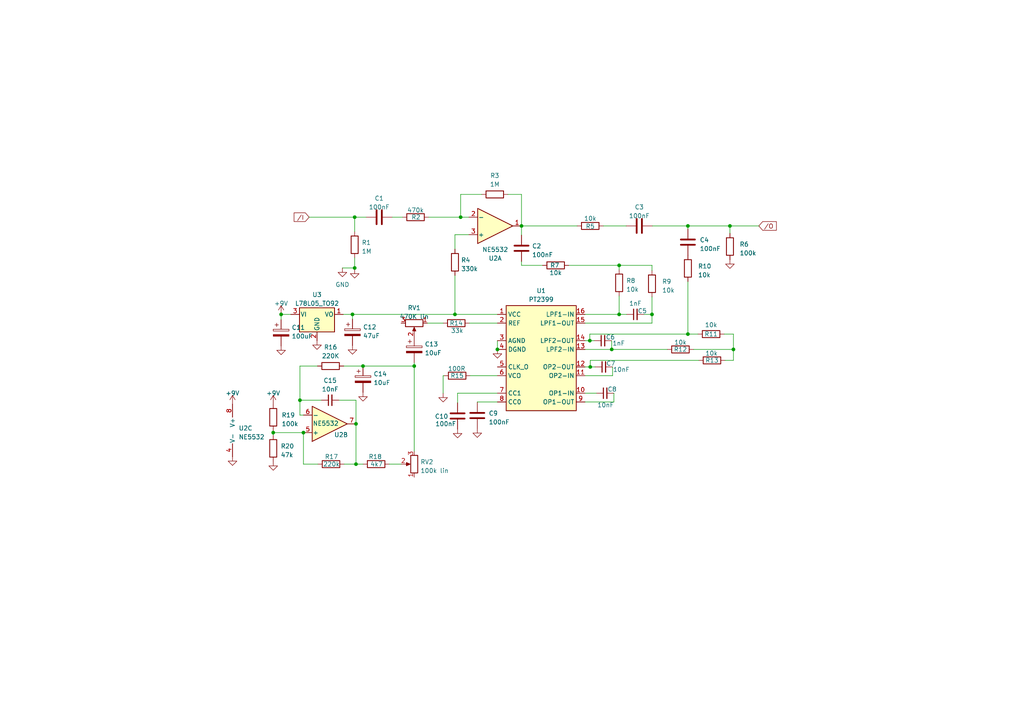
<source format=kicad_sch>
(kicad_sch (version 20230121) (generator eeschema)
  (paper "A4")
  (lib_symbols
    (symbol "Amplifier_Operational:NE5532" (pin_names (offset 0.127))
      (property "Reference" "U" (at 0 5.08 0))
      (property "Value" "NE5532" (at 0 -5.08 0))
      (symbol "NE5532_1_1"
        (polyline (pts (xy -5.08 5.08) (xy 5.08 0) (xy -5.08 -5.08) (xy -5.08 5.08)) (stroke (width 0.254)) (fill (type background)))
        (pin output line (at 7.62 0 180) (length 2.54) (name "~") (number "1"))
        (pin input line (at -7.62 -2.54 0) (length 2.54) (name "-") (number "2"))
        (pin input line (at -7.62 2.54 0) (length 2.54) (name "+") (number "3"))
      )
      (symbol "NE5532_2_1"
        (polyline (pts (xy -5.08 5.08) (xy 5.08 0) (xy -5.08 -5.08) (xy -5.08 5.08)) (stroke (width 0.254)) (fill (type background)))
        (pin input line (at -7.62 2.54 0) (length 2.54) (name "+") (number "5"))
        (pin input line (at -7.62 -2.54 0) (length 2.54) (name "-") (number "6"))
        (pin output line (at 7.62 0 180) (length 2.54) (name "~") (number "7"))
      )
      (symbol "NE5532_3_1"
        (pin power_in line (at -2.54 -7.62 90) (length 3.81) (name "V-") (number "4"))
        (pin power_in line (at -2.54 7.62 270) (length 3.81) (name "V+") (number "8"))
      )
    )
    (symbol "Audio:PT2399"
      (property "Reference" "U" (at 0 17.78 0))
      (property "Value" "PT2399" (at 0 -17.78 0))
      (symbol "PT2399_0_1"
        (rectangle (start -10.16 15.24) (end 10.16 -15.24) (stroke (width 0.254)) (fill (type background)))
      )
      (symbol "PT2399_1_1"
        (pin power_in line (at -12.7 12.7 0) (length 2.54) (name "VCC") (number "1"))
        (pin input line (at 12.7 -10.16 180) (length 2.54) (name "OP1-IN") (number "10"))
        (pin input line (at 12.7 -5.08 180) (length 2.54) (name "OP2-IN") (number "11"))
        (pin output line (at 12.7 -2.54 180) (length 2.54) (name "OP2-OUT") (number "12"))
        (pin input line (at 12.7 2.54 180) (length 2.54) (name "LPF2-IN") (number "13"))
        (pin output line (at 12.7 5.08 180) (length 2.54) (name "LPF2-OUT") (number "14"))
        (pin output line (at 12.7 10.16 180) (length 2.54) (name "LPF1-OUT") (number "15"))
        (pin input line (at 12.7 12.7 180) (length 2.54) (name "LPF1-IN") (number "16"))
        (pin passive line (at -12.7 10.16 0) (length 2.54) (name "REF") (number "2"))
        (pin power_in line (at -12.7 5.08 0) (length 2.54) (name "AGND") (number "3"))
        (pin power_in line (at -12.7 2.54 0) (length 2.54) (name "DGND") (number "4"))
        (pin passive line (at -12.7 -2.54 0) (length 2.54) (name "CLK_O") (number "5"))
        (pin passive line (at -12.7 -5.08 0) (length 2.54) (name "VCO") (number "6"))
        (pin passive line (at -12.7 -10.16 0) (length 2.54) (name "CC1") (number "7"))
        (pin passive line (at -12.7 -12.7 0) (length 2.54) (name "CC0") (number "8"))
        (pin output line (at 12.7 -12.7 180) (length 2.54) (name "OP1-OUT") (number "9"))
      )
    )
    (symbol "Device:C" (pin_numbers hide) (pin_names (offset 0.254))
      (property "Reference" "C" (at 0.635 2.54 0))
      (property "Value" "C" (at 0.635 -2.54 0))
      (symbol "C_0_1"
        (polyline (pts (xy -2.032 -0.762) (xy 2.032 -0.762)) (stroke (width 0.508)))
        (polyline (pts (xy -2.032 0.762) (xy 2.032 0.762)) (stroke (width 0.508)))
      )
      (symbol "C_1_1"
        (pin passive line (at 0 3.81 270) (length 2.794) (name "~") (number "1"))
        (pin passive line (at 0 -3.81 90) (length 2.794) (name "~") (number "2"))
      )
    )
    (symbol "Device:C_Polarized" (pin_numbers hide) (pin_names (offset 0.254))
      (property "Reference" "C" (at 0.635 2.54 0))
      (property "Value" "C_Polarized" (at 0.635 -2.54 0))
      (symbol "C_Polarized_0_1"
        (rectangle (start -2.286 0.508) (end 2.286 1.016))
        (polyline (pts (xy -1.778 2.286) (xy -0.762 2.286)))
        (polyline (pts (xy -1.27 2.794) (xy -1.27 1.778)))
        (rectangle (start 2.286 -0.508) (end -2.286 -1.016) (fill (type outline)))
      )
      (symbol "C_Polarized_1_1"
        (pin passive line (at 0 3.81 270) (length 2.794) (name "~") (number "1"))
        (pin passive line (at 0 -3.81 90) (length 2.794) (name "~") (number "2"))
      )
    )
    (symbol "Device:C_Small" (pin_numbers hide) (pin_names (offset 0.254) hide)
      (property "Reference" "C" (at 0.254 1.778 0))
      (property "Value" "C_Small" (at 0.254 -2.032 0))
      (symbol "C_Small_0_1"
        (polyline (pts (xy -1.524 -0.508) (xy 1.524 -0.508)) (stroke (width 0.3302)))
        (polyline (pts (xy -1.524 0.508) (xy 1.524 0.508)) (stroke (width 0.3048)))
      )
      (symbol "C_Small_1_1"
        (pin passive line (at 0 2.54 270) (length 2.032) (name "~") (number "1"))
        (pin passive line (at 0 -2.54 90) (length 2.032) (name "~") (number "2"))
      )
    )
    (symbol "Device:R" (pin_numbers hide) (pin_names (offset 0))
      (property "Reference" "R" (at 2.032 0 90))
      (property "Value" "R" (at 0 0 90))
      (symbol "R_0_1"
        (rectangle (start -1.016 -2.54) (end 1.016 2.54) (stroke (width 0.254)))
      )
      (symbol "R_1_1"
        (pin passive line (at 0 3.81 270) (length 1.27) (name "~") (number "1"))
        (pin passive line (at 0 -3.81 90) (length 1.27) (name "~") (number "2"))
      )
    )
    (symbol "Device:R_Potentiometer" (pin_names (offset 1.016) hide)
      (property "Reference" "RV" (at -4.445 0 90))
      (property "Value" "R_Potentiometer" (at -2.54 0 90))
      (symbol "R_Potentiometer_0_1"
        (polyline (pts (xy 2.54 0) (xy 1.524 0)))
        (polyline (pts (xy 1.143 0) (xy 2.286 0.508) (xy 2.286 -0.508) (xy 1.143 0)) (fill (type outline)))
        (rectangle (start 1.016 2.54) (end -1.016 -2.54) (stroke (width 0.254)))
      )
      (symbol "R_Potentiometer_1_1"
        (pin passive line (at 0 3.81 270) (length 1.27) (name "1") (number "1"))
        (pin passive line (at 3.81 0 180) (length 1.27) (name "2") (number "2"))
        (pin passive line (at 0 -3.81 90) (length 1.27) (name "3") (number "3"))
      )
    )
    (symbol "Regulator_Linear:L78L05_TO92" (pin_names (offset 0.254))
      (property "Reference" "U" (at -3.81 3.175 0))
      (property "Value" "L78L05_TO92" (at 0 3.175 0))
      (symbol "L78L05_TO92_0_1"
        (rectangle (start -5.08 -5.08) (end 5.08 1.905) (stroke (width 0.254)) (fill (type background)))
      )
      (symbol "L78L05_TO92_1_1"
        (pin power_out line (at 7.62 0 180) (length 2.54) (name "VO") (number "1"))
        (pin power_in line (at 0 -7.62 90) (length 2.54) (name "GND") (number "2"))
        (pin power_in line (at -7.62 0 0) (length 2.54) (name "VI") (number "3"))
      )
    )
    (symbol "power:+9V" (power) (pin_names (offset 0))
      (property "Value" "+9V" (at 0 3.556 0))
      (symbol "+9V_0_1"
        (polyline (pts (xy -0.762 1.27) (xy 0 2.54)))
        (polyline (pts (xy 0 0) (xy 0 2.54)))
        (polyline (pts (xy 0 2.54) (xy 0.762 1.27)))
      )
      (symbol "+9V_1_1"
        (pin power_in line (at 0 0 90) (length 0) hide (name "+9V") (number "1"))
      )
    )
    (symbol "power:GND" (power) (pin_names (offset 0))
      (property "Value" "GND" (at 0 -3.81 0))
      (symbol "GND_0_1"
        (polyline (pts (xy 0 0) (xy 0 -1.27) (xy 1.27 -1.27) (xy 0 -2.54) (xy -1.27 -1.27) (xy 0 -1.27)))
      )
      (symbol "GND_1_1"
        (pin power_in line (at 0 0 270) (length 0) hide (name "GND") (number "1"))
      )
    )
  )
  (junction (at 144.272 101.346))
  (junction (at 171.196 106.426))
  (junction (at 131.953 91.186))
  (junction (at 199.517 96.901))
  (junction (at 102.87 62.992))
  (junction (at 120.142 106.172))
  (junction (at 212.725 101.346))
  (junction (at 177.419 101.346))
  (junction (at 133.604 62.992))
  (junction (at 79.248 125.476))
  (junction (at 102.87 77.724))
  (junction (at 189.103 91.186))
  (junction (at 151.257 65.532))
  (junction (at 211.709 65.532))
  (junction (at 88.011 125.476))
  (junction (at 103.251 122.936))
  (junction (at 86.995 116.078))
  (junction (at 81.534 91.186))
  (junction (at 199.517 65.532))
  (junction (at 171.069 98.806))
  (junction (at 105.283 106.172))
  (junction (at 102.235 91.186))
  (junction (at 179.578 91.186))
  (junction (at 179.578 76.962))
  (junction (at 103.251 134.62))
  (wire (pts (xy 189.103 91.186) (xy 189.103 93.726)))
  (wire (pts (xy 133.604 62.992) (xy 136.017 62.992)))
  (wire (pts (xy 102.87 74.803) (xy 102.87 77.724)))
  (wire (pts (xy 79.248 124.841) (xy 79.248 125.476)))
  (wire (pts (xy 123.952 93.726) (xy 128.524 93.726)))
  (wire (pts (xy 132.715 116.84) (xy 132.715 114.046)))
  (wire (pts (xy 112.903 134.62) (xy 116.332 134.62)))
  (wire (pts (xy 186.817 91.186) (xy 189.103 91.186)))
  (wire (pts (xy 144.272 98.806) (xy 144.272 101.346)))
  (wire (pts (xy 211.709 67.691) (xy 211.709 65.532)))
  (wire (pts (xy 103.251 116.078) (xy 103.251 122.936)))
  (wire (pts (xy 128.524 114.046) (xy 128.524 108.966)))
  (wire (pts (xy 98.298 116.078) (xy 103.251 116.078)))
  (wire (pts (xy 103.251 134.62) (xy 105.283 134.62)))
  (wire (pts (xy 179.578 85.852) (xy 179.578 91.186)))
  (wire (pts (xy 151.257 76.962) (xy 157.353 76.962)))
  (wire (pts (xy 124.333 62.992) (xy 133.604 62.992)))
  (wire (pts (xy 212.725 101.346) (xy 212.725 104.521)))
  (wire (pts (xy 103.251 122.936) (xy 103.251 134.62)))
  (wire (pts (xy 201.168 101.346) (xy 212.725 101.346)))
  (wire (pts (xy 99.822 134.62) (xy 103.251 134.62)))
  (wire (pts (xy 169.672 93.726) (xy 189.103 93.726)))
  (wire (pts (xy 131.953 68.072) (xy 131.953 72.263)))
  (wire (pts (xy 211.709 65.532) (xy 220.091 65.532)))
  (wire (pts (xy 169.672 98.806) (xy 171.069 98.806)))
  (wire (pts (xy 177.419 101.346) (xy 193.548 101.346)))
  (wire (pts (xy 175.006 65.532) (xy 181.61 65.532)))
  (wire (pts (xy 177.673 108.966) (xy 177.673 106.426)))
  (wire (pts (xy 113.792 62.992) (xy 116.713 62.992)))
  (wire (pts (xy 212.725 96.901) (xy 212.725 101.346)))
  (wire (pts (xy 136.144 93.726) (xy 144.272 93.726)))
  (wire (pts (xy 102.235 92.583) (xy 102.235 91.186)))
  (wire (pts (xy 105.283 106.172) (xy 120.142 106.172)))
  (wire (pts (xy 102.235 91.186) (xy 131.953 91.186)))
  (wire (pts (xy 88.011 134.62) (xy 92.202 134.62)))
  (wire (pts (xy 120.142 106.172) (xy 120.142 105.156)))
  (wire (pts (xy 199.517 65.532) (xy 199.517 66.421)))
  (wire (pts (xy 88.011 125.476) (xy 88.011 134.62)))
  (wire (pts (xy 151.257 75.819) (xy 151.257 76.962)))
  (wire (pts (xy 86.995 120.396) (xy 88.011 120.396)))
  (wire (pts (xy 99.314 77.724) (xy 102.87 77.724)))
  (wire (pts (xy 169.672 91.186) (xy 179.578 91.186)))
  (wire (pts (xy 210.058 96.901) (xy 212.725 96.901)))
  (wire (pts (xy 139.7 56.388) (xy 133.604 56.388)))
  (wire (pts (xy 99.568 91.186) (xy 102.235 91.186)))
  (wire (pts (xy 169.672 116.586) (xy 178.054 116.586)))
  (wire (pts (xy 171.069 98.806) (xy 172.339 98.806)))
  (wire (pts (xy 84.328 91.186) (xy 81.534 91.186)))
  (wire (pts (xy 151.257 65.532) (xy 151.257 56.388)))
  (wire (pts (xy 128.524 108.966) (xy 128.778 108.966)))
  (wire (pts (xy 132.715 114.046) (xy 144.272 114.046)))
  (wire (pts (xy 102.87 62.992) (xy 106.172 62.992)))
  (wire (pts (xy 86.995 116.078) (xy 86.995 120.396)))
  (wire (pts (xy 177.419 98.806) (xy 177.419 101.346)))
  (wire (pts (xy 189.103 86.106) (xy 189.103 91.186)))
  (wire (pts (xy 99.695 106.172) (xy 105.283 106.172)))
  (wire (pts (xy 171.196 106.426) (xy 169.672 106.426)))
  (wire (pts (xy 151.257 65.532) (xy 151.257 68.199)))
  (wire (pts (xy 136.017 68.072) (xy 131.953 68.072)))
  (wire (pts (xy 164.973 76.962) (xy 179.578 76.962)))
  (wire (pts (xy 199.517 81.661) (xy 199.517 96.901)))
  (wire (pts (xy 86.995 106.172) (xy 86.995 116.078)))
  (wire (pts (xy 151.257 56.388) (xy 147.32 56.388)))
  (wire (pts (xy 171.069 96.901) (xy 171.069 98.806)))
  (wire (pts (xy 102.87 62.992) (xy 102.87 67.183)))
  (wire (pts (xy 93.218 116.078) (xy 86.995 116.078)))
  (wire (pts (xy 171.069 96.901) (xy 199.517 96.901)))
  (wire (pts (xy 199.517 96.901) (xy 202.438 96.901)))
  (wire (pts (xy 178.054 116.586) (xy 178.054 114.046)))
  (wire (pts (xy 179.578 76.962) (xy 189.103 76.962)))
  (wire (pts (xy 199.517 65.532) (xy 211.709 65.532)))
  (wire (pts (xy 169.672 108.966) (xy 177.673 108.966)))
  (wire (pts (xy 131.953 91.186) (xy 131.953 79.883)))
  (wire (pts (xy 133.604 56.388) (xy 133.604 62.992)))
  (wire (pts (xy 92.075 106.172) (xy 86.995 106.172)))
  (wire (pts (xy 151.257 65.532) (xy 167.386 65.532)))
  (wire (pts (xy 169.672 114.046) (xy 172.974 114.046)))
  (wire (pts (xy 171.196 106.426) (xy 172.593 106.426)))
  (wire (pts (xy 138.43 116.586) (xy 138.43 116.713)))
  (wire (pts (xy 189.23 65.532) (xy 199.517 65.532)))
  (wire (pts (xy 102.87 77.724) (xy 102.87 78.105)))
  (wire (pts (xy 120.142 106.172) (xy 120.142 130.81)))
  (wire (pts (xy 169.672 101.346) (xy 177.419 101.346)))
  (wire (pts (xy 212.725 104.521) (xy 210.312 104.521)))
  (wire (pts (xy 136.398 108.966) (xy 144.272 108.966)))
  (wire (pts (xy 179.578 91.186) (xy 181.737 91.186)))
  (wire (pts (xy 179.578 78.232) (xy 179.578 76.962)))
  (wire (pts (xy 81.534 91.186) (xy 81.534 92.71)))
  (wire (pts (xy 79.248 125.476) (xy 79.248 126.238)))
  (wire (pts (xy 189.103 76.962) (xy 189.103 78.486)))
  (wire (pts (xy 202.692 104.521) (xy 171.196 104.521)))
  (wire (pts (xy 79.248 125.476) (xy 88.011 125.476)))
  (wire (pts (xy 89.662 62.992) (xy 102.87 62.992)))
  (wire (pts (xy 171.196 104.521) (xy 171.196 106.426)))
  (wire (pts (xy 144.272 91.186) (xy 131.953 91.186)))
  (wire (pts (xy 144.272 116.586) (xy 138.43 116.586)))
  (global_label "{slash}O" (shape input) (at 220.091 65.532 0) (property "Intersheetrefs" "${INTERSHEET_REFS}" (effects hide)))
  (global_label "{slash}I" (shape input) (at 89.662 62.992 180) (property "Intersheetrefs" "${INTERSHEET_REFS}" (effects hide)))
  (symbol (lib_id "Device:R") (at 206.248 96.901 270) (unit 1)
    (property "Reference" "R11" (at 206.248 96.901 90))
    (property "Value" "10k" (at 206.248 94.234 90))
    (property "Footprint" "Resistor_THT:R_Axial_DIN0204_L3.6mm_D1.6mm_P7.62mm_Horizontal" (effects hide))
  )
  (symbol (lib_id "Device:R") (at 102.87 70.993 0) (unit 1)
    (property "Reference" "R1" (at 104.902 70.358 0) (effects (justify left)))
    (property "Value" "1M" (at 104.902 72.898 0) (effects (justify left)))
    (property "Footprint" "Resistor_THT:R_Axial_DIN0204_L3.6mm_D1.6mm_P7.62mm_Horizontal" (effects hide))
  )
  (symbol (lib_id "power:GND") (at 132.715 124.46 0) (unit 1)
    (property "Reference" "#PWR07" (effects hide))
    (property "Value" "Earth" (effects hide))
  )
  (symbol (lib_id "Amplifier_Operational:NE5532") (at 143.637 65.532 0) (mirror x) (unit 1)
    (property "Reference" "U2" (at 143.637 74.93 0))
    (property "Value" "NE5532" (at 143.637 72.39 0))
    (property "Footprint" "Package_DIP:DIP-8_W7.62mm" (effects hide))
    (property "Datasheet" "http://www.ti.com/lit/ds/symlink/ne5532.pdf" (effects hide))
  )
  (symbol (lib_id "power:GND") (at 102.87 78.105 0) (unit 1)
    (property "Reference" "#PWR01" (effects hide))
    (property "Value" "Earth" (effects hide))
  )
  (symbol (lib_id "power:GND") (at 128.524 114.046 0) (unit 1)
    (property "Reference" "#PWR06" (effects hide))
    (property "Value" "Earth" (effects hide))
  )
  (symbol (lib_id "Device:R") (at 179.578 82.042 180) (unit 1)
    (property "Reference" "R8" (at 181.61 81.407 0) (effects (justify right)))
    (property "Value" "10k" (at 181.61 83.947 0) (effects (justify right)))
    (property "Footprint" "Resistor_THT:R_Axial_DIN0204_L3.6mm_D1.6mm_P7.62mm_Horizontal" (effects hide))
  )
  (symbol (lib_id "Device:C") (at 132.715 120.65 180) (unit 1)
    (property "Reference" "C10" (at 126.111 120.777 0) (effects (justify right)))
    (property "Value" "100nF" (at 126.238 122.936 0) (effects (justify right)))
    (property "Footprint" "Capacitor_THT:C_Disc_D3.0mm_W1.6mm_P2.50mm" (effects hide))
  )
  (symbol (lib_id "power:GND") (at 79.248 133.858 0) (unit 1)
    (property "Reference" "#PWR015" (effects hide))
    (property "Value" "Earth" (effects hide))
  )
  (symbol (lib_id "Device:R_Potentiometer") (at 120.142 93.726 270) (unit 1)
    (property "Reference" "RV1" (at 120.142 89.281 90))
    (property "Value" "470K lin" (at 120.142 91.821 90))
    (property "Footprint" "Potentiometer_THT:Potentiometer_Alps_RK09L_Single_Vertical" (effects hide))
  )
  (symbol (lib_id "Device:R") (at 189.103 82.296 180) (unit 1)
    (property "Reference" "R9" (at 192.024 81.661 0) (effects (justify right)))
    (property "Value" "10k" (at 192.024 84.201 0) (effects (justify right)))
    (property "Footprint" "Resistor_THT:R_Axial_DIN0204_L3.6mm_D1.6mm_P7.62mm_Horizontal" (effects hide))
  )
  (symbol (lib_id "Device:R") (at 79.248 121.031 180) (unit 1)
    (property "Reference" "R19" (at 81.661 120.396 0) (effects (justify right)))
    (property "Value" "100k" (at 81.661 122.936 0) (effects (justify right)))
    (property "Footprint" "Resistor_THT:R_Axial_DIN0204_L3.6mm_D1.6mm_P7.62mm_Horizontal" (effects hide))
  )
  (symbol (lib_id "power:GND") (at 144.272 101.346 0) (unit 1)
    (property "Reference" "#PWR05" (effects hide))
    (property "Value" "Earth" (effects hide))
  )
  (symbol (lib_id "Device:R") (at 211.709 71.501 180) (unit 1)
    (property "Reference" "R6" (at 214.503 70.866 0) (effects (justify right)))
    (property "Value" "100k" (at 214.503 73.406 0) (effects (justify right)))
    (property "Footprint" "Resistor_THT:R_Axial_DIN0204_L3.6mm_D1.6mm_P7.62mm_Horizontal" (effects hide))
  )
  (symbol (lib_id "power:GND") (at 81.534 100.33 0) (unit 1)
    (property "Reference" "#PWR010" (effects hide))
    (property "Value" "Earth" (effects hide))
  )
  (symbol (lib_id "power:GND") (at 211.709 75.311 0) (unit 1)
    (property "Reference" "#PWR03" (effects hide))
    (property "Value" "Earth" (effects hide))
  )
  (symbol (lib_id "Audio:PT2399") (at 156.972 103.886 0) (unit 1)
    (property "Reference" "U1" (at 156.972 84.328 0))
    (property "Value" "PT2399" (at 156.972 86.868 0))
    (property "Footprint" "Package_DIP:DIP-16_W7.62mm" (effects hide))
    (property "Datasheet" "http://sound.westhost.com/pt2399.pdf" (effects hide))
  )
  (symbol (lib_id "Amplifier_Operational:NE5532") (at 69.977 124.841 0) (unit 3)
    (property "Reference" "U2" (at 69.215 124.206 0) (effects (justify left)))
    (property "Value" "NE5532" (at 69.215 126.746 0) (effects (justify left)))
    (property "Footprint" "Package_DIP:DIP-8_W7.62mm" (effects hide))
    (property "Datasheet" "http://www.ti.com/lit/ds/symlink/ne5532.pdf" (effects hide))
  )
  (symbol (lib_id "Device:C_Polarized") (at 105.283 109.982 0) (unit 1)
    (property "Reference" "C14" (at 108.331 108.458 0) (effects (justify left)))
    (property "Value" "10uF" (at 108.331 110.998 0) (effects (justify left)))
    (property "Footprint" "Capacitor_THT:CP_Radial_D8.0mm_P2.50mm" (effects hide))
  )
  (symbol (lib_id "power:GND") (at 67.437 132.461 0) (unit 1)
    (property "Reference" "#PWR014" (effects hide))
    (property "Value" "Earth" (effects hide))
  )
  (symbol (lib_id "Device:R") (at 79.248 130.048 180) (unit 1)
    (property "Reference" "R20" (at 81.407 129.413 0) (effects (justify right)))
    (property "Value" "47k" (at 81.407 131.953 0) (effects (justify right)))
    (property "Footprint" "Resistor_THT:R_Axial_DIN0204_L3.6mm_D1.6mm_P7.62mm_Horizontal" (effects hide))
  )
  (symbol (lib_id "Regulator_Linear:L78L05_TO92") (at 91.948 91.186 0) (unit 1)
    (property "Reference" "U3" (at 91.948 85.471 0))
    (property "Value" "L78L05_TO92" (at 91.948 88.011 0))
    (property "Footprint" "Package_TO_SOT_THT:TO-92_Inline" (effects hide))
    (property "Datasheet" "http://www.st.com/content/ccc/resource/technical/document/datasheet/15/55/e5/aa/23/5b/43/fd/CD00000446.pdf/files/CD00000446.pdf/jcr:content/translations/en.CD00000446.pdf" (effects hide))
  )
  (symbol (lib_id "power:GND") (at 99.314 77.724 0) (unit 1)
    (property "Reference" "#PWR02" (effects hide))
    (property "Value" "GND" (at 99.314 82.55 0))
  )
  (symbol (lib_id "Device:R") (at 132.334 93.726 90) (unit 1)
    (property "Reference" "R14" (at 132.334 93.726 90))
    (property "Value" "33k" (at 132.588 95.885 90))
    (property "Footprint" "Resistor_THT:R_Axial_DIN0204_L3.6mm_D1.6mm_P7.62mm_Horizontal" (effects hide))
  )
  (symbol (lib_id "Device:R") (at 120.523 62.992 90) (unit 1)
    (property "Reference" "R2" (at 120.65 62.992 90))
    (property "Value" "470k" (at 120.523 60.96 90))
    (property "Footprint" "Resistor_THT:R_Axial_DIN0204_L3.6mm_D1.6mm_P7.62mm_Horizontal" (effects hide))
  )
  (symbol (lib_id "Device:R") (at 96.012 134.62 90) (unit 1)
    (property "Reference" "R17" (at 96.139 132.461 90))
    (property "Value" "220k" (at 96.139 134.62 90))
    (property "Footprint" "Resistor_THT:R_Axial_DIN0204_L3.6mm_D1.6mm_P7.62mm_Horizontal" (effects hide))
  )
  (symbol (lib_id "Device:C") (at 199.517 70.231 180) (unit 1)
    (property "Reference" "C4" (at 202.946 69.596 0) (effects (justify right)))
    (property "Value" "100nF" (at 202.946 72.136 0) (effects (justify right)))
    (property "Footprint" "Capacitor_THT:C_Disc_D3.0mm_W1.6mm_P2.50mm" (effects hide))
  )
  (symbol (lib_id "Device:R") (at 161.163 76.962 90) (unit 1)
    (property "Reference" "R7" (at 160.909 76.962 90))
    (property "Value" "10k" (at 161.163 79.121 90))
    (property "Footprint" "Resistor_THT:R_Axial_DIN0204_L3.6mm_D1.6mm_P7.62mm_Horizontal" (effects hide))
  )
  (symbol (lib_id "power:GND") (at 91.948 98.806 0) (unit 1)
    (property "Reference" "#PWR09" (effects hide))
    (property "Value" "Earth" (effects hide))
  )
  (symbol (lib_id "Device:C") (at 185.42 65.532 90) (unit 1)
    (property "Reference" "C3" (at 185.42 60.071 90))
    (property "Value" "100nF" (at 185.42 62.611 90))
    (property "Footprint" "Capacitor_THT:C_Disc_D3.0mm_W1.6mm_P2.50mm" (effects hide))
  )
  (symbol (lib_id "Device:R") (at 95.885 106.172 90) (unit 1)
    (property "Reference" "R16" (at 95.885 100.711 90))
    (property "Value" "220K" (at 95.885 103.251 90))
    (property "Footprint" "Resistor_THT:R_Axial_DIN0204_L3.6mm_D1.6mm_P7.62mm_Horizontal" (effects hide))
  )
  (symbol (lib_id "Device:C_Small") (at 175.514 114.046 90) (unit 1)
    (property "Reference" "C8" (at 177.546 112.903 90))
    (property "Value" "10nF" (at 175.641 117.475 90))
    (property "Footprint" "Capacitor_THT:C_Disc_D3.0mm_W1.6mm_P2.50mm" (effects hide))
  )
  (symbol (lib_id "Device:C_Polarized") (at 102.235 96.393 0) (unit 1)
    (property "Reference" "C12" (at 105.283 94.869 0) (effects (justify left)))
    (property "Value" "47uF" (at 105.283 97.409 0) (effects (justify left)))
    (property "Footprint" "Capacitor_THT:CP_Radial_D8.0mm_P2.50mm" (effects hide))
  )
  (symbol (lib_id "Amplifier_Operational:NE5532") (at 95.631 122.936 0) (mirror x) (unit 2)
    (property "Reference" "U2" (at 98.933 126.111 0))
    (property "Value" "NE5532" (at 94.488 122.809 0))
    (property "Footprint" "Package_DIP:DIP-8_W7.62mm" (effects hide))
    (property "Datasheet" "http://www.ti.com/lit/ds/symlink/ne5532.pdf" (effects hide))
  )
  (symbol (lib_id "power:+9V") (at 79.248 117.221 0) (unit 1)
    (property "Reference" "#PWR016" (effects hide))
    (property "Value" "+9V" (at 79.248 114.046 0))
  )
  (symbol (lib_id "Device:R") (at 131.953 76.073 180) (unit 1)
    (property "Reference" "R4" (at 133.731 75.438 0) (effects (justify right)))
    (property "Value" "330k" (at 133.731 77.978 0) (effects (justify right)))
    (property "Footprint" "Resistor_THT:R_Axial_DIN0204_L3.6mm_D1.6mm_P7.62mm_Horizontal" (effects hide))
  )
  (symbol (lib_id "power:GND") (at 105.283 113.792 0) (unit 1)
    (property "Reference" "#PWR017" (effects hide))
    (property "Value" "Earth" (effects hide))
  )
  (symbol (lib_id "Device:R") (at 206.502 104.521 270) (unit 1)
    (property "Reference" "R13" (at 206.502 104.521 90))
    (property "Value" "10k" (at 206.375 102.489 90))
    (property "Footprint" "Resistor_THT:R_Axial_DIN0204_L3.6mm_D1.6mm_P7.62mm_Horizontal" (effects hide))
  )
  (symbol (lib_id "Device:R") (at 197.358 101.346 270) (unit 1)
    (property "Reference" "R12" (at 197.358 101.346 90))
    (property "Value" "10k" (at 197.358 99.314 90))
    (property "Footprint" "Resistor_THT:R_Axial_DIN0204_L3.6mm_D1.6mm_P7.62mm_Horizontal" (effects hide))
  )
  (symbol (lib_id "Device:R_Potentiometer") (at 120.142 134.62 180) (unit 1)
    (property "Reference" "RV2" (at 121.92 133.985 0) (effects (justify right)))
    (property "Value" "100k lin" (at 121.92 136.525 0) (effects (justify right)))
    (property "Footprint" "Potentiometer_THT:Potentiometer_Alps_RK09L_Single_Vertical" (effects hide))
  )
  (symbol (lib_id "Device:R") (at 132.588 108.966 90) (unit 1)
    (property "Reference" "R15" (at 132.588 108.966 90))
    (property "Value" "100R" (at 132.461 106.934 90))
    (property "Footprint" "Resistor_THT:R_Axial_DIN0204_L3.6mm_D1.6mm_P7.62mm_Horizontal" (effects hide))
  )
  (symbol (lib_id "power:+9V") (at 81.534 91.186 0) (unit 1)
    (property "Reference" "#PWR012" (effects hide))
    (property "Value" "+9V" (at 81.534 88.011 0))
  )
  (symbol (lib_id "Device:C_Small") (at 175.133 106.426 90) (unit 1)
    (property "Reference" "C7" (at 177.165 105.41 90))
    (property "Value" "10nF" (at 180.213 107.188 90))
    (property "Footprint" "Capacitor_THT:C_Disc_D3.0mm_W1.6mm_P2.50mm" (effects hide))
  )
  (symbol (lib_id "Device:C") (at 138.43 120.523 180) (unit 1)
    (property "Reference" "C9" (at 141.732 119.888 0) (effects (justify right)))
    (property "Value" "100nF" (at 141.732 122.428 0) (effects (justify right)))
    (property "Footprint" "Capacitor_THT:C_Disc_D3.0mm_W1.6mm_P2.50mm" (effects hide))
  )
  (symbol (lib_id "Device:C_Small") (at 174.879 98.806 90) (unit 1)
    (property "Reference" "C6" (at 177.038 97.79 90))
    (property "Value" "1nF" (at 179.451 99.568 90))
    (property "Footprint" "Capacitor_THT:C_Disc_D3.0mm_W1.6mm_P2.50mm" (effects hide))
  )
  (symbol (lib_id "Device:C_Small") (at 184.277 91.186 90) (unit 1)
    (property "Reference" "C5" (at 186.309 90.17 90))
    (property "Value" "1nF" (at 184.2833 88.011 90))
    (property "Footprint" "Capacitor_THT:C_Disc_D3.0mm_W1.6mm_P2.50mm" (effects hide))
  )
  (symbol (lib_id "Device:C") (at 151.257 72.009 180) (unit 1)
    (property "Reference" "C2" (at 154.305 71.374 0) (effects (justify right)))
    (property "Value" "100nF" (at 154.305 73.914 0) (effects (justify right)))
    (property "Footprint" "Capacitor_THT:C_Disc_D3.0mm_W1.6mm_P2.50mm" (effects hide))
  )
  (symbol (lib_id "Device:R") (at 171.196 65.532 90) (unit 1)
    (property "Reference" "R5" (at 171.196 65.659 90))
    (property "Value" "10k" (at 171.196 63.373 90))
    (property "Footprint" "Resistor_THT:R_Axial_DIN0204_L3.6mm_D1.6mm_P7.62mm_Horizontal" (effects hide))
  )
  (symbol (lib_id "power:GND") (at 102.235 100.203 0) (unit 1)
    (property "Reference" "#PWR011" (effects hide))
    (property "Value" "Earth" (effects hide))
  )
  (symbol (lib_id "Device:R") (at 143.51 56.388 90) (unit 1)
    (property "Reference" "R3" (at 143.51 50.927 90))
    (property "Value" "1M" (at 143.51 53.467 90))
    (property "Footprint" "Resistor_THT:R_Axial_DIN0204_L3.6mm_D1.6mm_P7.62mm_Horizontal" (effects hide))
  )
  (symbol (lib_id "Device:R") (at 109.093 134.62 90) (unit 1)
    (property "Reference" "R18" (at 108.839 132.461 90))
    (property "Value" "4k7" (at 109.22 134.62 90))
    (property "Footprint" "Resistor_THT:R_Axial_DIN0204_L3.6mm_D1.6mm_P7.62mm_Horizontal" (effects hide))
  )
  (symbol (lib_id "Device:C_Small") (at 95.758 116.078 90) (unit 1)
    (property "Reference" "C15" (at 95.7643 110.363 90))
    (property "Value" "10nF" (at 95.7643 112.903 90))
    (property "Footprint" "Capacitor_THT:C_Disc_D3.0mm_W1.6mm_P2.50mm" (effects hide))
  )
  (symbol (lib_id "Device:C_Polarized") (at 81.534 96.52 0) (unit 1)
    (property "Reference" "C11" (at 84.582 94.996 0) (effects (justify left)))
    (property "Value" "100uF" (at 84.582 97.536 0) (effects (justify left)))
    (property "Footprint" "Capacitor_THT:CP_Radial_D8.0mm_P2.50mm" (effects hide))
  )
  (symbol (lib_id "power:+9V") (at 67.437 117.221 0) (unit 1)
    (property "Reference" "#PWR013" (effects hide))
    (property "Value" "+9V" (at 67.437 114.046 0))
  )
  (symbol (lib_id "Device:C") (at 109.982 62.992 90) (unit 1)
    (property "Reference" "C1" (at 109.982 57.531 90))
    (property "Value" "100nF" (at 109.982 60.071 90))
    (property "Footprint" "Capacitor_THT:C_Disc_D3.0mm_W1.6mm_P2.50mm" (effects hide))
  )
  (symbol (lib_id "Device:R") (at 199.517 77.851 180) (unit 1)
    (property "Reference" "R10" (at 202.438 77.216 0) (effects (justify right)))
    (property "Value" "10k" (at 202.438 79.756 0) (effects (justify right)))
    (property "Footprint" "Resistor_THT:R_Axial_DIN0204_L3.6mm_D1.6mm_P7.62mm_Horizontal" (effects hide))
  )
  (symbol (lib_id "power:GND") (at 138.43 124.333 0) (unit 1)
    (property "Reference" "#PWR08" (effects hide))
    (property "Value" "Earth" (effects hide))
  )
  (symbol (lib_id "Device:C_Polarized") (at 120.142 101.346 0) (unit 1)
    (property "Reference" "C13" (at 123.19 99.822 0) (effects (justify left)))
    (property "Value" "10uF" (at 123.19 102.362 0) (effects (justify left)))
    (property "Footprint" "Capacitor_THT:CP_Radial_D8.0mm_P2.50mm" (effects hide))
  )
)
</source>
